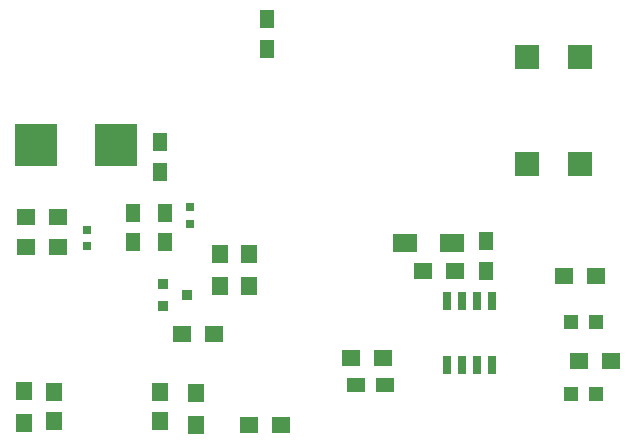
<source format=gtp>
G04 #@! TF.FileFunction,Paste,Top*
%FSLAX46Y46*%
G04 Gerber Fmt 4.6, Leading zero omitted, Abs format (unit mm)*
G04 Created by KiCad (PCBNEW 4.0.0-2.201512072331+6194~38~ubuntu14.04.1-stable) date Mon 13 Jun 2016 09:22:46 PM CEST*
%MOMM*%
G01*
G04 APERTURE LIST*
%ADD10C,0.100000*%
%ADD11R,1.550800X1.350800*%
%ADD12R,2.159000X2.159000*%
%ADD13R,1.350800X1.550800*%
%ADD14R,1.300800X1.550800*%
%ADD15R,0.650800X1.600800*%
%ADD16R,1.550800X1.300800*%
%ADD17R,2.050800X1.650800*%
%ADD18R,1.249680X1.249680*%
%ADD19R,0.750800X0.650800*%
%ADD20R,0.850900X0.850900*%
%ADD21R,3.550800X3.550800*%
G04 APERTURE END LIST*
D10*
D11*
X144065000Y-94742000D03*
X146765000Y-94742000D03*
D12*
X190969900Y-78625700D03*
X190969900Y-87744300D03*
X186474100Y-78625700D03*
X186474100Y-87744300D03*
D13*
X160528000Y-97997000D03*
X160528000Y-95297000D03*
D14*
X183007000Y-94254000D03*
X183007000Y-96754000D03*
X164465000Y-75458000D03*
X164465000Y-77958000D03*
D15*
X179705000Y-104681000D03*
X180975000Y-104681000D03*
X182245000Y-104681000D03*
X183515000Y-104681000D03*
X183515000Y-99281000D03*
X182245000Y-99281000D03*
X180975000Y-99281000D03*
X179705000Y-99281000D03*
D14*
X155448000Y-88372000D03*
X155448000Y-85872000D03*
D16*
X174478000Y-106426000D03*
X171978000Y-106426000D03*
D14*
X153162000Y-91841000D03*
X153162000Y-94341000D03*
X155829000Y-91841000D03*
X155829000Y-94341000D03*
D17*
X180181000Y-94361000D03*
X176181000Y-94361000D03*
D18*
X190212980Y-107188000D03*
X192311020Y-107188000D03*
D19*
X157988000Y-91375000D03*
X157988000Y-92775000D03*
D18*
X190212980Y-101092000D03*
X192311020Y-101092000D03*
D19*
X149225000Y-93280000D03*
X149225000Y-94680000D03*
D20*
X155717240Y-97856000D03*
X155717240Y-99756000D03*
X157716220Y-98806000D03*
D11*
X193577200Y-104343200D03*
X190877200Y-104343200D03*
X171624000Y-104140000D03*
X174324000Y-104140000D03*
X177720000Y-96774000D03*
X180420000Y-96774000D03*
X157273000Y-102108000D03*
X159973000Y-102108000D03*
X189658000Y-97155000D03*
X192358000Y-97155000D03*
X146765000Y-92202000D03*
X144065000Y-92202000D03*
D13*
X162941000Y-95297000D03*
X162941000Y-97997000D03*
D21*
X151739600Y-86106000D03*
X144932400Y-86106000D03*
D11*
X162975300Y-109766100D03*
X165675300Y-109766100D03*
D13*
X158457900Y-109820700D03*
X158457900Y-107120700D03*
X143903700Y-106930200D03*
X143903700Y-109630200D03*
X155452200Y-109429000D03*
X155452200Y-106979000D03*
X146452200Y-106979000D03*
X146452200Y-109429000D03*
M02*

</source>
